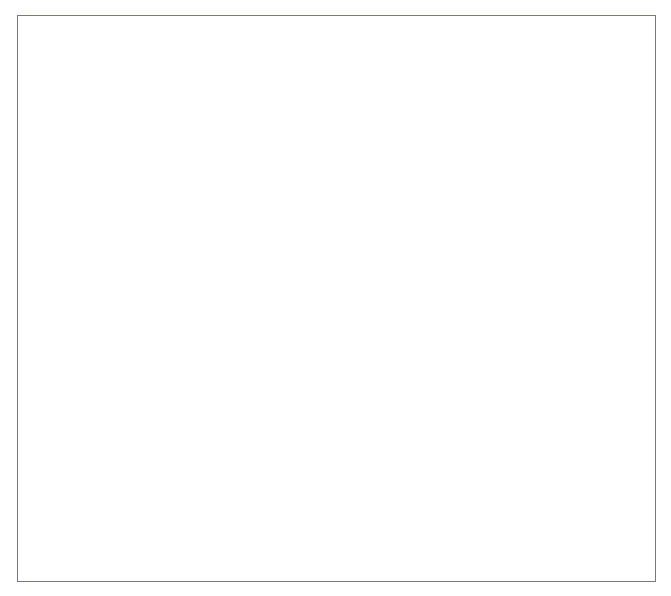
<source format=gbr>
%TF.GenerationSoftware,KiCad,Pcbnew,(6.0.7)*%
%TF.CreationDate,2023-01-24T22:55:54+00:00*%
%TF.ProjectId,CPC464-2MINICAS1,43504334-3634-42d3-924d-494e49434153,rev?*%
%TF.SameCoordinates,Original*%
%TF.FileFunction,Profile,NP*%
%FSLAX46Y46*%
G04 Gerber Fmt 4.6, Leading zero omitted, Abs format (unit mm)*
G04 Created by KiCad (PCBNEW (6.0.7)) date 2023-01-24 22:55:54*
%MOMM*%
%LPD*%
G01*
G04 APERTURE LIST*
%TA.AperFunction,Profile*%
%ADD10C,0.100000*%
%TD*%
G04 APERTURE END LIST*
D10*
X86715600Y-89154000D02*
X32664400Y-89154000D01*
X32664400Y-89154000D02*
X32664400Y-41198800D01*
X32664400Y-41198800D02*
X86715600Y-41198800D01*
X86715600Y-41198800D02*
X86715600Y-89154000D01*
M02*

</source>
